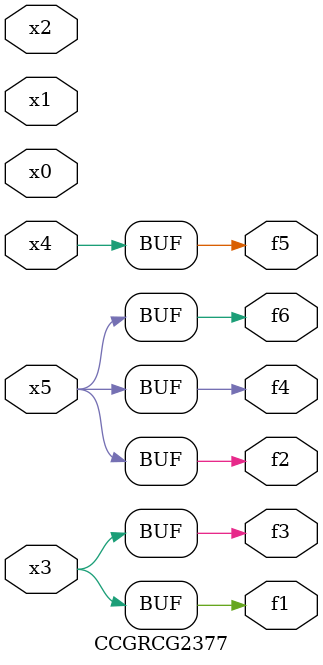
<source format=v>
module CCGRCG2377(
	input x0, x1, x2, x3, x4, x5,
	output f1, f2, f3, f4, f5, f6
);
	assign f1 = x3;
	assign f2 = x5;
	assign f3 = x3;
	assign f4 = x5;
	assign f5 = x4;
	assign f6 = x5;
endmodule

</source>
